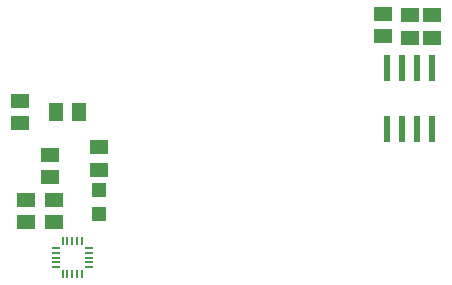
<source format=gbr>
G04 EAGLE Gerber RS-274X export*
G75*
%MOMM*%
%FSLAX34Y34*%
%LPD*%
%INSolderpaste Top*%
%IPPOS*%
%AMOC8*
5,1,8,0,0,1.08239X$1,22.5*%
G01*
%ADD10R,0.600000X2.200000*%
%ADD11R,1.500000X1.300000*%
%ADD12R,0.700000X0.200000*%
%ADD13R,0.200000X0.700000*%
%ADD14R,1.300000X1.500000*%
%ADD15R,1.200000X1.200000*%


D10*
X610870Y311820D03*
X610870Y363820D03*
X598170Y311820D03*
X623570Y311820D03*
X636270Y311820D03*
X598170Y363820D03*
X623570Y363820D03*
X636270Y363820D03*
D11*
X636270Y389280D03*
X636270Y408280D03*
X617220Y389280D03*
X617220Y408280D03*
X594360Y409550D03*
X594360Y390550D03*
D12*
X317470Y203200D03*
X317470Y199200D03*
X317470Y195200D03*
X317470Y207200D03*
X317470Y211200D03*
D13*
X331470Y189200D03*
X335470Y189200D03*
X339470Y189200D03*
X327470Y189200D03*
X323470Y189200D03*
D12*
X345470Y203200D03*
X345470Y199200D03*
X345470Y195200D03*
X345470Y207200D03*
X345470Y211200D03*
D13*
X331470Y217200D03*
X335470Y217200D03*
X339470Y217200D03*
X327470Y217200D03*
X323470Y217200D03*
D14*
X337160Y326390D03*
X318160Y326390D03*
D11*
X316230Y233070D03*
X316230Y252070D03*
X292100Y252070D03*
X292100Y233070D03*
X312420Y271170D03*
X312420Y290170D03*
D15*
X354330Y239690D03*
X354330Y260690D03*
D11*
X354330Y277520D03*
X354330Y296520D03*
X287020Y335890D03*
X287020Y316890D03*
M02*

</source>
